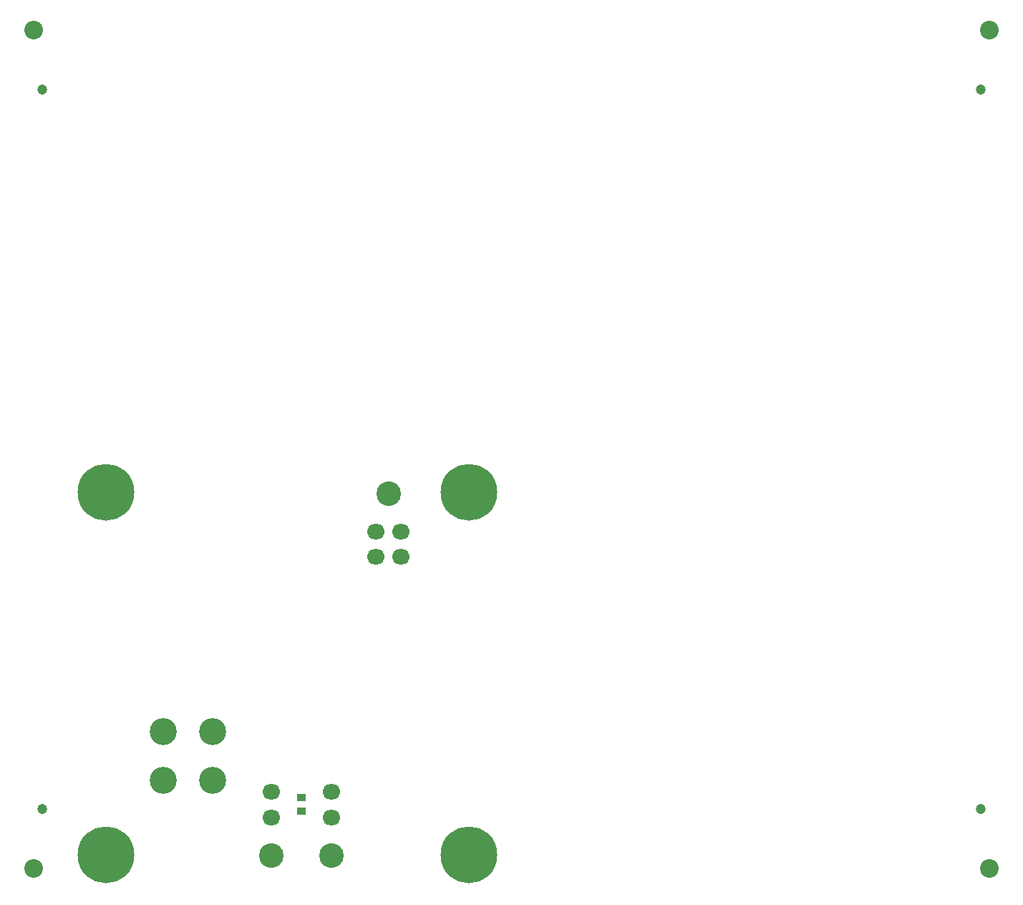
<source format=gbs>
%FSLAX25Y25*%
%MOIN*%
G70*
G01*
G75*
G04 Layer_Color=16711935*
%ADD10C,0.00900*%
%ADD11C,0.00800*%
%ADD12C,0.01500*%
%ADD13C,0.03000*%
%ADD14C,0.05000*%
%ADD15C,0.01200*%
%ADD16C,0.02500*%
%ADD17C,0.02000*%
%ADD18C,0.04000*%
%ADD19R,0.02362X0.02756*%
%ADD20R,0.02756X0.02362*%
%ADD21O,0.05906X0.00984*%
%ADD22O,0.00984X0.05906*%
%ADD23R,0.06693X0.05512*%
%ADD24R,0.04331X0.05118*%
%ADD25O,0.06299X0.02362*%
%ADD26R,0.18898X0.17716*%
%ADD27R,0.06299X0.10630*%
%ADD28R,0.04331X0.03150*%
%ADD29R,0.02800X0.03500*%
%ADD30O,0.01969X0.06299*%
%ADD31R,0.01969X0.06299*%
%ADD32R,0.04331X0.05906*%
G04:AMPARAMS|DCode=33|XSize=157.48mil|YSize=196.85mil|CornerRadius=39.37mil|HoleSize=0mil|Usage=FLASHONLY|Rotation=180.000|XOffset=0mil|YOffset=0mil|HoleType=Round|Shape=RoundedRectangle|*
%AMROUNDEDRECTD33*
21,1,0.15748,0.11811,0,0,180.0*
21,1,0.07874,0.19685,0,0,180.0*
1,1,0.07874,-0.03937,0.05906*
1,1,0.07874,0.03937,0.05906*
1,1,0.07874,0.03937,-0.05906*
1,1,0.07874,-0.03937,-0.05906*
%
%ADD33ROUNDEDRECTD33*%
%ADD34R,0.04724X0.03150*%
%ADD35R,0.03150X0.02362*%
%ADD36R,0.02362X0.03150*%
%ADD37R,0.03937X0.10236*%
%ADD38R,0.03500X0.02800*%
%ADD39R,0.03543X0.05512*%
%ADD40R,0.08661X0.05512*%
%ADD41R,0.05118X0.03150*%
%ADD42R,0.11024X0.08268*%
%ADD43R,0.03543X0.05906*%
%ADD44R,0.10236X0.03937*%
%ADD45R,0.05512X0.06693*%
%ADD46R,0.05118X0.04331*%
%ADD47R,0.03150X0.04724*%
%ADD48R,0.12598X0.07874*%
%ADD49C,0.03937*%
%ADD50C,0.06500*%
%ADD51R,0.36600X0.13000*%
%ADD52R,0.04900X0.04900*%
%ADD53R,0.03000X0.05000*%
%ADD54R,0.12000X0.05500*%
%ADD55R,0.05500X0.10500*%
%ADD56R,0.05000X0.03000*%
%ADD57R,0.06200X0.41500*%
%ADD58R,0.07200X0.03100*%
%ADD59R,0.36000X0.13000*%
%ADD60R,0.06300X0.12400*%
%ADD61R,0.07700X0.12400*%
%ADD62C,0.25590*%
%ADD63C,0.10630*%
%ADD64O,0.07480X0.06299*%
%ADD65C,0.11811*%
%ADD66C,0.07874*%
%ADD67C,0.02362*%
%ADD68R,0.06400X0.04400*%
%ADD69R,0.06400X0.12400*%
%ADD70R,0.07200X0.02400*%
%ADD71R,0.02400X0.07200*%
%ADD72R,0.36700X0.13000*%
%ADD73C,0.07000*%
%ADD74C,0.06400*%
%ADD75C,0.06000*%
%ADD76R,0.68300X0.12400*%
%ADD77C,0.00787*%
%ADD78C,0.01000*%
%ADD79C,0.00984*%
%ADD80C,0.00394*%
%ADD81C,0.00500*%
%ADD82C,0.00591*%
%ADD83C,0.01181*%
%ADD84C,0.00460*%
%ADD85R,0.03162X0.03556*%
%ADD86R,0.03556X0.03162*%
%ADD87O,0.06706X0.01784*%
%ADD88O,0.01784X0.06706*%
%ADD89R,0.07493X0.06312*%
%ADD90R,0.05131X0.05918*%
%ADD91O,0.07099X0.03162*%
%ADD92R,0.19698X0.18517*%
%ADD93R,0.07099X0.11430*%
%ADD94R,0.05131X0.03950*%
%ADD95R,0.03600X0.04300*%
%ADD96O,0.02769X0.07099*%
%ADD97R,0.02769X0.07099*%
%ADD98R,0.05131X0.06706*%
G04:AMPARAMS|DCode=99|XSize=165.48mil|YSize=204.85mil|CornerRadius=43.37mil|HoleSize=0mil|Usage=FLASHONLY|Rotation=180.000|XOffset=0mil|YOffset=0mil|HoleType=Round|Shape=RoundedRectangle|*
%AMROUNDEDRECTD99*
21,1,0.16548,0.11811,0,0,180.0*
21,1,0.07874,0.20485,0,0,180.0*
1,1,0.08674,-0.03937,0.05906*
1,1,0.08674,0.03937,0.05906*
1,1,0.08674,0.03937,-0.05906*
1,1,0.08674,-0.03937,-0.05906*
%
%ADD99ROUNDEDRECTD99*%
%ADD100R,0.05524X0.03950*%
%ADD101R,0.03950X0.03162*%
%ADD102R,0.03162X0.03950*%
%ADD103R,0.04737X0.11036*%
%ADD104R,0.04300X0.03600*%
%ADD105R,0.04343X0.06312*%
%ADD106R,0.09461X0.06312*%
%ADD107R,0.05918X0.03950*%
%ADD108R,0.11824X0.09068*%
%ADD109R,0.04343X0.06706*%
%ADD110R,0.11036X0.04737*%
%ADD111R,0.06312X0.07493*%
%ADD112R,0.05918X0.05131*%
%ADD113R,0.03950X0.05524*%
%ADD114R,0.13398X0.08674*%
%ADD115C,0.04737*%
%ADD116C,0.26391*%
%ADD117C,0.11430*%
%ADD118O,0.08280X0.07099*%
%ADD119C,0.12611*%
%ADD120C,0.08674*%
D104*
X105000Y-162499D02*
D03*
Y-156200D02*
D03*
D115*
X-15748Y173228D02*
D03*
X421260D02*
D03*
X-15748Y-161417D02*
D03*
X421260D02*
D03*
D116*
X182850Y-14000D02*
D03*
X14000D02*
D03*
Y-182850D02*
D03*
X182850D02*
D03*
D117*
X118900Y-183100D02*
D03*
X91000D02*
D03*
X145500Y-14600D02*
D03*
D118*
X118900Y-165384D02*
D03*
Y-153572D02*
D03*
X91000Y-165384D02*
D03*
Y-153572D02*
D03*
X139594Y-44128D02*
D03*
Y-32316D02*
D03*
X151406D02*
D03*
Y-44128D02*
D03*
D119*
X63500Y-148000D02*
D03*
X63500Y-125559D02*
D03*
X40500Y-148000D02*
D03*
X40500Y-125559D02*
D03*
D120*
X-19685Y200787D02*
D03*
Y-188976D02*
D03*
X425197D02*
D03*
Y200787D02*
D03*
M02*

</source>
